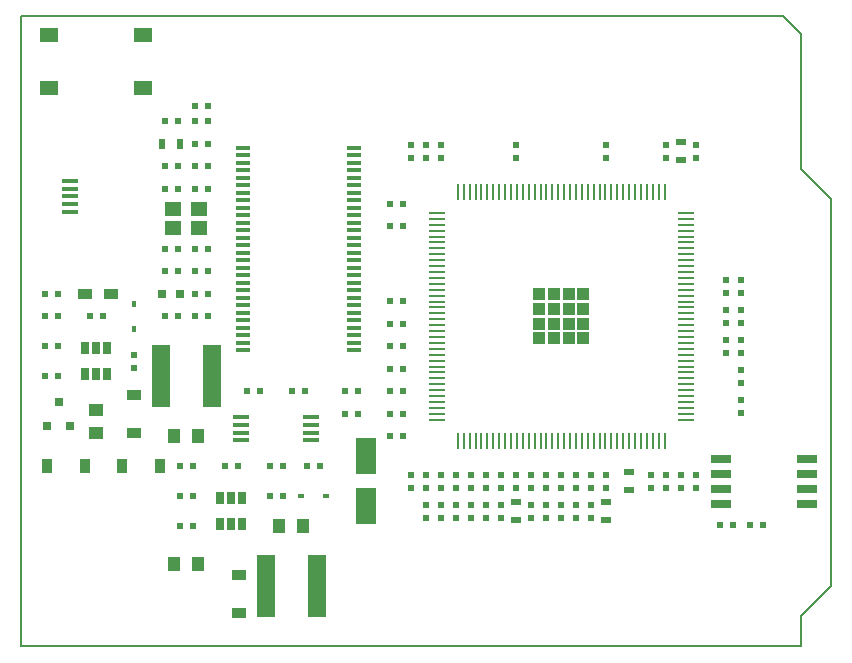
<source format=gtp>
G04 #@! TF.FileFunction,Paste,Top*
%FSLAX46Y46*%
G04 Gerber Fmt 4.6, Leading zero omitted, Abs format (unit mm)*
G04 Created by KiCad (PCBNEW (2015-07-08 BZR 5908, Git 901e961)-product) date 07/12/2015 20:42:09*
%MOMM*%
G01*
G04 APERTURE LIST*
%ADD10C,0.100000*%
%ADD11C,0.150000*%
%ADD12R,0.800100X0.800100*%
%ADD13R,0.650000X1.060000*%
%ADD14R,0.500000X0.600000*%
%ADD15R,0.600000X0.500000*%
%ADD16R,0.450000X0.590000*%
%ADD17R,0.910000X1.220000*%
%ADD18R,1.350000X0.400000*%
%ADD19R,1.700000X0.650000*%
%ADD20R,1.200000X0.400000*%
%ADD21R,1.450000X0.450000*%
%ADD22R,1.550000X1.300000*%
%ADD23R,1.501140X5.300980*%
%ADD24R,0.500000X0.900000*%
%ADD25R,0.590000X0.450000*%
%ADD26R,1.220000X0.910000*%
%ADD27R,1.000000X1.250000*%
%ADD28R,1.250000X1.000000*%
%ADD29R,0.900000X0.500000*%
%ADD30R,0.797560X0.797560*%
%ADD31R,1.400000X1.200000*%
%ADD32R,1.800860X3.149600*%
%ADD33R,0.250000X1.450000*%
%ADD34R,1.450000X0.250000*%
%ADD35R,1.000000X1.000000*%
%ADD36R,1.200000X0.900000*%
G04 APERTURE END LIST*
D10*
D11*
X177038000Y-74549000D02*
X175514000Y-73025000D01*
X177038000Y-85979000D02*
X177038000Y-74549000D01*
X179578000Y-88519000D02*
X177038000Y-85979000D01*
X179578000Y-121285000D02*
X179578000Y-88519000D01*
X177038000Y-123825000D02*
X179578000Y-121285000D01*
X177038000Y-126365000D02*
X177038000Y-123825000D01*
X110998000Y-126365000D02*
X177038000Y-126365000D01*
X110998000Y-73025000D02*
X110998000Y-126365000D01*
X175514000Y-73025000D02*
X110998000Y-73025000D01*
D12*
X113223000Y-107680760D03*
X115123000Y-107680760D03*
X114173000Y-105681780D03*
D13*
X118298000Y-101135000D03*
X117348000Y-101135000D03*
X116398000Y-101135000D03*
X116398000Y-103335000D03*
X118298000Y-103335000D03*
X117348000Y-103335000D03*
X129728000Y-113835000D03*
X128778000Y-113835000D03*
X127828000Y-113835000D03*
X127828000Y-116035000D03*
X129728000Y-116035000D03*
X128778000Y-116035000D03*
D14*
X171958000Y-96435000D03*
X171958000Y-95335000D03*
D15*
X138388000Y-106680000D03*
X139488000Y-106680000D03*
X143298000Y-99060000D03*
X142198000Y-99060000D03*
D14*
X171958000Y-106595000D03*
X171958000Y-105495000D03*
X171958000Y-100415000D03*
X171958000Y-101515000D03*
X159258000Y-112945000D03*
X159258000Y-111845000D03*
D15*
X138388000Y-104775000D03*
X139488000Y-104775000D03*
X142198000Y-102870000D03*
X143298000Y-102870000D03*
X142198000Y-100965000D03*
X143298000Y-100965000D03*
X126788000Y-94615000D03*
X125688000Y-94615000D03*
X124248000Y-94615000D03*
X123148000Y-94615000D03*
X112988000Y-103505000D03*
X114088000Y-103505000D03*
X117898000Y-98425000D03*
X116798000Y-98425000D03*
X114088000Y-100965000D03*
X112988000Y-100965000D03*
X124418000Y-116205000D03*
X125518000Y-116205000D03*
X172678000Y-116078000D03*
X173778000Y-116078000D03*
X125518000Y-111125000D03*
X124418000Y-111125000D03*
X125518000Y-113665000D03*
X124418000Y-113665000D03*
D14*
X147828000Y-114385000D03*
X147828000Y-115485000D03*
X146558000Y-114385000D03*
X146558000Y-115485000D03*
X150368000Y-114385000D03*
X150368000Y-115485000D03*
X154178000Y-114385000D03*
X154178000Y-115485000D03*
X156718000Y-114385000D03*
X156718000Y-115485000D03*
X157988000Y-114385000D03*
X157988000Y-115485000D03*
X159258000Y-114385000D03*
X159258000Y-115485000D03*
D15*
X135043000Y-104775000D03*
X133943000Y-104775000D03*
X131233000Y-104775000D03*
X130133000Y-104775000D03*
X126788000Y-92710000D03*
X125688000Y-92710000D03*
D14*
X149098000Y-114385000D03*
X149098000Y-115485000D03*
X151638000Y-114385000D03*
X151638000Y-115485000D03*
X155448000Y-114385000D03*
X155448000Y-115485000D03*
X170688000Y-95335000D03*
X170688000Y-96435000D03*
X171958000Y-97875000D03*
X171958000Y-98975000D03*
X170688000Y-100415000D03*
X170688000Y-101515000D03*
X171958000Y-102955000D03*
X171958000Y-104055000D03*
D15*
X124248000Y-81915000D03*
X123148000Y-81915000D03*
X125688000Y-81915000D03*
X126788000Y-81915000D03*
X126788000Y-98425000D03*
X125688000Y-98425000D03*
X132038000Y-111125000D03*
X133138000Y-111125000D03*
X135213000Y-111125000D03*
X136313000Y-111125000D03*
X125688000Y-83820000D03*
X126788000Y-83820000D03*
X124248000Y-98425000D03*
X123148000Y-98425000D03*
D16*
X120523000Y-99480000D03*
X120523000Y-97370000D03*
D17*
X113173000Y-111125000D03*
X116443000Y-111125000D03*
D18*
X115100540Y-86964100D03*
X115100540Y-87614100D03*
X115100540Y-88264100D03*
X115100540Y-88914100D03*
X115100540Y-89564100D03*
D14*
X170688000Y-98975000D03*
X170688000Y-97875000D03*
D15*
X112988000Y-98425000D03*
X114088000Y-98425000D03*
D17*
X119523000Y-111125000D03*
X122793000Y-111125000D03*
D19*
X177513000Y-114300000D03*
X177513000Y-113030000D03*
X177513000Y-111760000D03*
X177513000Y-110490000D03*
X170213000Y-110490000D03*
X170213000Y-111760000D03*
X170213000Y-113030000D03*
X170213000Y-114300000D03*
D20*
X129793000Y-84137500D03*
X129793000Y-84772500D03*
X129793000Y-85407500D03*
X129793000Y-86042500D03*
X129793000Y-86677500D03*
X129793000Y-87312500D03*
X129793000Y-87947500D03*
X129793000Y-88582500D03*
X129793000Y-89217500D03*
X129793000Y-89852500D03*
X129793000Y-90487500D03*
X129793000Y-91122500D03*
X129793000Y-91757500D03*
X129793000Y-92392500D03*
X129793000Y-93027500D03*
X129793000Y-93662500D03*
X129793000Y-94297500D03*
X129793000Y-94932500D03*
X129793000Y-95567500D03*
X129793000Y-96202500D03*
X129793000Y-96837500D03*
X129793000Y-97472500D03*
X129793000Y-98107500D03*
X129793000Y-98742500D03*
X129793000Y-99377500D03*
X129793000Y-100012500D03*
X129793000Y-100647500D03*
X129793000Y-101282500D03*
X139193000Y-101282500D03*
X139193000Y-100647500D03*
X139193000Y-100012500D03*
X139193000Y-99377500D03*
X139193000Y-98742500D03*
X139193000Y-98107500D03*
X139193000Y-97472500D03*
X139193000Y-96837500D03*
X139193000Y-96202500D03*
X139193000Y-95567500D03*
X139193000Y-94932500D03*
X139193000Y-94297500D03*
X139193000Y-93662500D03*
X139193000Y-93027500D03*
X139193000Y-92392500D03*
X139193000Y-91757500D03*
X139193000Y-91122500D03*
X139193000Y-90487500D03*
X139193000Y-89852500D03*
X139193000Y-89217500D03*
X139193000Y-88582500D03*
X139193000Y-87947500D03*
X139193000Y-87312500D03*
X139193000Y-86677500D03*
X139193000Y-86042500D03*
X139193000Y-85407500D03*
X139193000Y-84772500D03*
X139193000Y-84137500D03*
D21*
X135538000Y-108925000D03*
X135538000Y-108275000D03*
X135538000Y-107625000D03*
X135538000Y-106975000D03*
X129638000Y-106975000D03*
X129638000Y-107625000D03*
X129638000Y-108275000D03*
X129638000Y-108925000D03*
D22*
X113373000Y-79085000D03*
X113373000Y-74585000D03*
X121323000Y-74585000D03*
X121323000Y-79085000D03*
D23*
X131699000Y-121285000D03*
X136017000Y-121285000D03*
X122809000Y-103505000D03*
X127127000Y-103505000D03*
D24*
X124448000Y-83820000D03*
X122948000Y-83820000D03*
D25*
X134708000Y-113665000D03*
X136818000Y-113665000D03*
D26*
X129413000Y-120285000D03*
X129413000Y-123555000D03*
D15*
X126788000Y-80645000D03*
X125688000Y-80645000D03*
D14*
X154178000Y-111845000D03*
X154178000Y-112945000D03*
X150368000Y-111845000D03*
X150368000Y-112945000D03*
X147828000Y-111845000D03*
X147828000Y-112945000D03*
D15*
X126788000Y-96520000D03*
X125688000Y-96520000D03*
X142198000Y-97155000D03*
X143298000Y-97155000D03*
X143298000Y-90805000D03*
X142198000Y-90805000D03*
X123148000Y-92710000D03*
X124248000Y-92710000D03*
X143298000Y-88900000D03*
X142198000Y-88900000D03*
D14*
X157988000Y-111845000D03*
X157988000Y-112945000D03*
X156718000Y-111845000D03*
X156718000Y-112945000D03*
X155448000Y-111845000D03*
X155448000Y-112945000D03*
D15*
X125688000Y-87630000D03*
X126788000Y-87630000D03*
X124248000Y-87630000D03*
X123148000Y-87630000D03*
D14*
X144018000Y-85005000D03*
X144018000Y-83905000D03*
D15*
X124248000Y-85725000D03*
X123148000Y-85725000D03*
X125688000Y-85725000D03*
X126788000Y-85725000D03*
D14*
X152908000Y-111845000D03*
X152908000Y-112945000D03*
X149098000Y-111845000D03*
X149098000Y-112945000D03*
X145288000Y-111845000D03*
X145288000Y-112945000D03*
X146558000Y-111845000D03*
X146558000Y-112945000D03*
D15*
X129328000Y-111125000D03*
X128228000Y-111125000D03*
D27*
X134858000Y-116205000D03*
X132858000Y-116205000D03*
D14*
X168148000Y-111845000D03*
X168148000Y-112945000D03*
D15*
X133138000Y-113665000D03*
X132038000Y-113665000D03*
D27*
X125968000Y-119380000D03*
X123968000Y-119380000D03*
X123968000Y-108585000D03*
X125968000Y-108585000D03*
D14*
X120523000Y-101685000D03*
X120523000Y-102785000D03*
D28*
X117348000Y-106315000D03*
X117348000Y-108315000D03*
D15*
X143298000Y-104775000D03*
X142198000Y-104775000D03*
D14*
X166878000Y-111845000D03*
X166878000Y-112945000D03*
X160528000Y-83905000D03*
X160528000Y-85005000D03*
X152908000Y-83905000D03*
X152908000Y-85005000D03*
D15*
X143298000Y-108585000D03*
X142198000Y-108585000D03*
D14*
X165608000Y-111845000D03*
X165608000Y-112945000D03*
X144018000Y-111845000D03*
X144018000Y-112945000D03*
X146558000Y-85005000D03*
X146558000Y-83905000D03*
D15*
X171238000Y-116078000D03*
X170138000Y-116078000D03*
X143298000Y-106680000D03*
X142198000Y-106680000D03*
D14*
X165608000Y-85005000D03*
X165608000Y-83905000D03*
X164338000Y-111845000D03*
X164338000Y-112945000D03*
X145288000Y-85005000D03*
X145288000Y-83905000D03*
D26*
X120523000Y-105045000D03*
X120523000Y-108315000D03*
D14*
X168148000Y-85005000D03*
X168148000Y-83905000D03*
D29*
X162433000Y-111645000D03*
X162433000Y-113145000D03*
X160528000Y-115685000D03*
X160528000Y-114185000D03*
X152908000Y-115685000D03*
X152908000Y-114185000D03*
X166878000Y-85205000D03*
X166878000Y-83705000D03*
D14*
X160528000Y-112945000D03*
X160528000Y-111845000D03*
X151638000Y-111845000D03*
X151638000Y-112945000D03*
D15*
X114088000Y-96520000D03*
X112988000Y-96520000D03*
D30*
X124447300Y-96520000D03*
X122948700Y-96520000D03*
D31*
X126068000Y-89370000D03*
X123868000Y-89370000D03*
X126068000Y-90970000D03*
X123868000Y-90970000D03*
D32*
X140208000Y-110269020D03*
X140208000Y-114520980D03*
D14*
X145288000Y-115485000D03*
X145288000Y-114385000D03*
D33*
X147968000Y-108975000D03*
X148468000Y-108975000D03*
X148968000Y-108975000D03*
X149468000Y-108975000D03*
X149968000Y-108975000D03*
X150468000Y-108975000D03*
X150968000Y-108975000D03*
X151468000Y-108975000D03*
X151968000Y-108975000D03*
X152468000Y-108975000D03*
X152968000Y-108975000D03*
X153468000Y-108975000D03*
X153968000Y-108975000D03*
X154468000Y-108975000D03*
X154968000Y-108975000D03*
X155468000Y-108975000D03*
X155968000Y-108975000D03*
X156468000Y-108975000D03*
X156968000Y-108975000D03*
X157468000Y-108975000D03*
X157968000Y-108975000D03*
X158468000Y-108975000D03*
X158968000Y-108975000D03*
X159468000Y-108975000D03*
X159968000Y-108975000D03*
X160468000Y-108975000D03*
X160968000Y-108975000D03*
X161468000Y-108975000D03*
X161968000Y-108975000D03*
X162468000Y-108975000D03*
X162968000Y-108975000D03*
X163468000Y-108975000D03*
X163968000Y-108975000D03*
X164468000Y-108975000D03*
X164968000Y-108975000D03*
X165468000Y-108975000D03*
D34*
X167268000Y-107175000D03*
X167268000Y-106675000D03*
X167268000Y-106175000D03*
X167268000Y-105675000D03*
X167268000Y-105175000D03*
X167268000Y-104675000D03*
X167268000Y-104175000D03*
X167268000Y-103675000D03*
X167268000Y-103175000D03*
X167268000Y-102675000D03*
X167268000Y-102175000D03*
X167268000Y-101675000D03*
X167268000Y-101175000D03*
X167268000Y-100675000D03*
X167268000Y-100175000D03*
X167268000Y-99675000D03*
X167268000Y-99175000D03*
X167268000Y-98675000D03*
X167268000Y-98175000D03*
X167268000Y-97675000D03*
X167268000Y-97175000D03*
X167268000Y-96675000D03*
X167268000Y-96175000D03*
X167268000Y-95675000D03*
X167268000Y-95175000D03*
X167268000Y-94675000D03*
X167268000Y-94175000D03*
X167268000Y-93675000D03*
X167268000Y-93175000D03*
X167268000Y-92675000D03*
X167268000Y-92175000D03*
X167268000Y-91675000D03*
X167268000Y-91175000D03*
X167268000Y-90675000D03*
X167268000Y-90175000D03*
X167268000Y-89675000D03*
D33*
X165468000Y-87875000D03*
X164968000Y-87875000D03*
X164468000Y-87875000D03*
X163968000Y-87875000D03*
X163468000Y-87875000D03*
X162968000Y-87875000D03*
X162468000Y-87875000D03*
X161968000Y-87875000D03*
X161468000Y-87875000D03*
X160968000Y-87875000D03*
X160468000Y-87875000D03*
X159968000Y-87875000D03*
X159468000Y-87875000D03*
X158968000Y-87875000D03*
X158468000Y-87875000D03*
X157968000Y-87875000D03*
X157468000Y-87875000D03*
X156968000Y-87875000D03*
X156468000Y-87875000D03*
X155968000Y-87875000D03*
X155468000Y-87875000D03*
X154968000Y-87875000D03*
X154468000Y-87875000D03*
X153968000Y-87875000D03*
X153468000Y-87875000D03*
X152968000Y-87875000D03*
X152468000Y-87875000D03*
X151968000Y-87875000D03*
X151468000Y-87875000D03*
X150968000Y-87875000D03*
X150468000Y-87875000D03*
X149968000Y-87875000D03*
X149468000Y-87875000D03*
X148968000Y-87875000D03*
X148468000Y-87875000D03*
X147968000Y-87875000D03*
D34*
X146168000Y-89675000D03*
X146168000Y-90175000D03*
X146168000Y-90675000D03*
X146168000Y-91175000D03*
X146168000Y-91675000D03*
X146168000Y-92175000D03*
X146168000Y-92675000D03*
X146168000Y-93175000D03*
X146168000Y-93675000D03*
X146168000Y-94175000D03*
X146168000Y-94675000D03*
X146168000Y-95175000D03*
X146168000Y-95675000D03*
X146168000Y-96175000D03*
X146168000Y-96675000D03*
X146168000Y-97175000D03*
X146168000Y-97675000D03*
X146168000Y-98175000D03*
X146168000Y-98675000D03*
X146168000Y-99175000D03*
X146168000Y-99675000D03*
X146168000Y-100175000D03*
X146168000Y-100675000D03*
X146168000Y-101175000D03*
X146168000Y-101675000D03*
X146168000Y-102175000D03*
X146168000Y-102675000D03*
X146168000Y-103175000D03*
X146168000Y-103675000D03*
X146168000Y-104175000D03*
X146168000Y-104675000D03*
X146168000Y-105175000D03*
X146168000Y-105675000D03*
X146168000Y-106175000D03*
X146168000Y-106675000D03*
X146168000Y-107175000D03*
D35*
X154843000Y-100300000D03*
X154843000Y-99050000D03*
X154843000Y-97800000D03*
X154843000Y-96550000D03*
X156093000Y-100300000D03*
X156093000Y-99050000D03*
X156093000Y-97800000D03*
X156093000Y-96550000D03*
X157343000Y-100300000D03*
X157343000Y-99050000D03*
X157343000Y-97800000D03*
X157343000Y-96550000D03*
X158593000Y-100300000D03*
X158593000Y-99050000D03*
X158593000Y-97800000D03*
X158593000Y-96550000D03*
D36*
X118575000Y-96520000D03*
X116375000Y-96520000D03*
M02*

</source>
